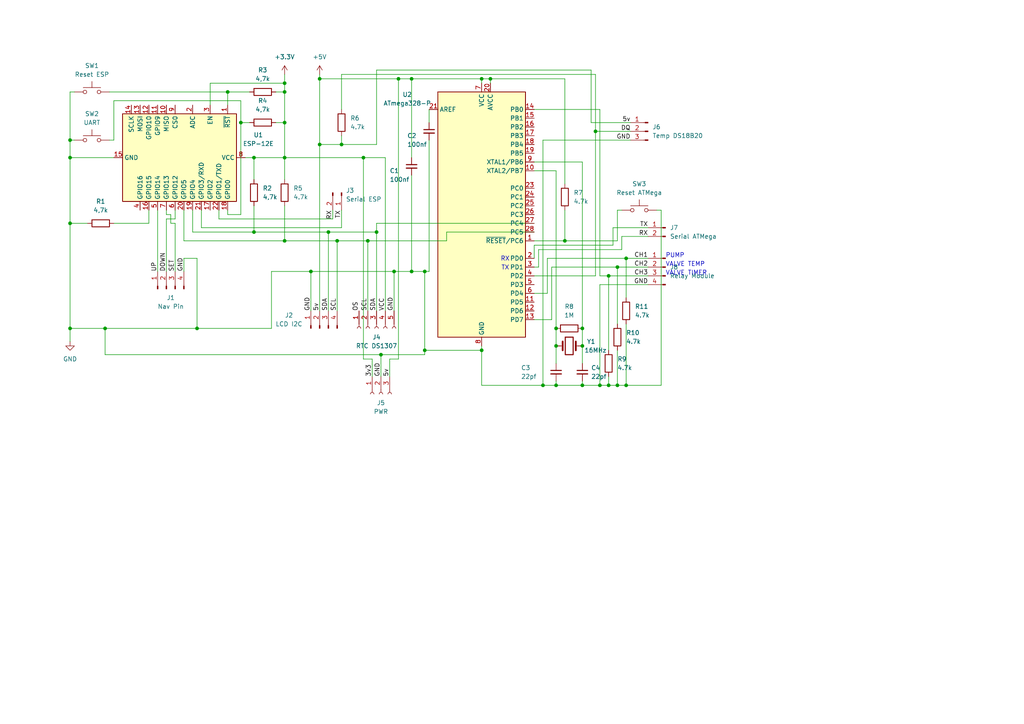
<source format=kicad_sch>
(kicad_sch (version 20211123) (generator eeschema)
  (paper "A4")
  (lib_symbols
    (symbol "Connector:Conn_01x02_Male" (pin_names (offset 1.016) hide)
      (property "Reference" "J" (at 0 2.54 0))
      (property "Value" "Conn_01x02_Male" (at 0 -5.08 0))
      (symbol "Conn_01x02_Male_1_1"
        (polyline (pts (xy 1.27 -2.54) (xy 0.8636 -2.54)) (stroke (width 0.1524)))
        (polyline (pts (xy 1.27 0) (xy 0.8636 0)) (stroke (width 0.1524)))
        (rectangle (start 0.8636 -2.413) (end 0 -2.667) (stroke (width 0.1524)) (fill (type outline)))
        (rectangle (start 0.8636 0.127) (end 0 -0.127) (stroke (width 0.1524)) (fill (type outline)))
        (pin passive line (at 5.08 0 180) (length 3.81) (name "Pin_1") (number "1"))
        (pin passive line (at 5.08 -2.54 180) (length 3.81) (name "Pin_2") (number "2"))
      )
    )
    (symbol "Connector:Conn_01x03_Female" (pin_names (offset 1.016) hide)
      (property "Reference" "J" (at 0 5.08 0))
      (property "Value" "Conn_01x03_Female" (at 0 -5.08 0))
      (symbol "Conn_01x03_Female_1_1"
        (arc (start 0 -2.032) (mid -0.508 -2.54) (end 0 -3.048) (stroke (width 0.1524)))
        (polyline (pts (xy -1.27 -2.54) (xy -0.508 -2.54)) (stroke (width 0.1524)))
        (polyline (pts (xy -1.27 0) (xy -0.508 0)) (stroke (width 0.1524)))
        (polyline (pts (xy -1.27 2.54) (xy -0.508 2.54)) (stroke (width 0.1524)))
        (arc (start 0 0.508) (mid -0.508 0) (end 0 -0.508) (stroke (width 0.1524)))
        (arc (start 0 3.048) (mid -0.508 2.54) (end 0 2.032) (stroke (width 0.1524)))
        (pin passive line (at -5.08 2.54 0) (length 3.81) (name "Pin_1") (number "1"))
        (pin passive line (at -5.08 0 0) (length 3.81) (name "Pin_2") (number "2"))
        (pin passive line (at -5.08 -2.54 0) (length 3.81) (name "Pin_3") (number "3"))
      )
    )
    (symbol "Connector:Conn_01x03_Male" (pin_names (offset 1.016) hide)
      (property "Reference" "J" (at 0 5.08 0))
      (property "Value" "Conn_01x03_Male" (at 0 -5.08 0))
      (symbol "Conn_01x03_Male_1_1"
        (polyline (pts (xy 1.27 -2.54) (xy 0.8636 -2.54)) (stroke (width 0.1524)))
        (polyline (pts (xy 1.27 0) (xy 0.8636 0)) (stroke (width 0.1524)))
        (polyline (pts (xy 1.27 2.54) (xy 0.8636 2.54)) (stroke (width 0.1524)))
        (rectangle (start 0.8636 -2.413) (end 0 -2.667) (stroke (width 0.1524)) (fill (type outline)))
        (rectangle (start 0.8636 0.127) (end 0 -0.127) (stroke (width 0.1524)) (fill (type outline)))
        (rectangle (start 0.8636 2.667) (end 0 2.413) (stroke (width 0.1524)) (fill (type outline)))
        (pin passive line (at 5.08 2.54 180) (length 3.81) (name "Pin_1") (number "1"))
        (pin passive line (at 5.08 0 180) (length 3.81) (name "Pin_2") (number "2"))
        (pin passive line (at 5.08 -2.54 180) (length 3.81) (name "Pin_3") (number "3"))
      )
    )
    (symbol "Connector:Conn_01x04_Male" (pin_names (offset 1.016) hide)
      (property "Reference" "J" (at 0 5.08 0))
      (property "Value" "Conn_01x04_Male" (at 0 -7.62 0))
      (symbol "Conn_01x04_Male_1_1"
        (polyline (pts (xy 1.27 -5.08) (xy 0.8636 -5.08)) (stroke (width 0.1524)))
        (polyline (pts (xy 1.27 -2.54) (xy 0.8636 -2.54)) (stroke (width 0.1524)))
        (polyline (pts (xy 1.27 0) (xy 0.8636 0)) (stroke (width 0.1524)))
        (polyline (pts (xy 1.27 2.54) (xy 0.8636 2.54)) (stroke (width 0.1524)))
        (rectangle (start 0.8636 -4.953) (end 0 -5.207) (stroke (width 0.1524)) (fill (type outline)))
        (rectangle (start 0.8636 -2.413) (end 0 -2.667) (stroke (width 0.1524)) (fill (type outline)))
        (rectangle (start 0.8636 0.127) (end 0 -0.127) (stroke (width 0.1524)) (fill (type outline)))
        (rectangle (start 0.8636 2.667) (end 0 2.413) (stroke (width 0.1524)) (fill (type outline)))
        (pin passive line (at 5.08 2.54 180) (length 3.81) (name "Pin_1") (number "1"))
        (pin passive line (at 5.08 0 180) (length 3.81) (name "Pin_2") (number "2"))
        (pin passive line (at 5.08 -2.54 180) (length 3.81) (name "Pin_3") (number "3"))
        (pin passive line (at 5.08 -5.08 180) (length 3.81) (name "Pin_4") (number "4"))
      )
    )
    (symbol "Connector:Conn_01x05_Female" (pin_names (offset 1.016) hide)
      (property "Reference" "J" (at 0 7.62 0))
      (property "Value" "Conn_01x05_Female" (at 0 -7.62 0))
      (symbol "Conn_01x05_Female_1_1"
        (arc (start 0 -4.572) (mid -0.508 -5.08) (end 0 -5.588) (stroke (width 0.1524)))
        (arc (start 0 -2.032) (mid -0.508 -2.54) (end 0 -3.048) (stroke (width 0.1524)))
        (polyline (pts (xy -1.27 -5.08) (xy -0.508 -5.08)) (stroke (width 0.1524)))
        (polyline (pts (xy -1.27 -2.54) (xy -0.508 -2.54)) (stroke (width 0.1524)))
        (polyline (pts (xy -1.27 0) (xy -0.508 0)) (stroke (width 0.1524)))
        (polyline (pts (xy -1.27 2.54) (xy -0.508 2.54)) (stroke (width 0.1524)))
        (polyline (pts (xy -1.27 5.08) (xy -0.508 5.08)) (stroke (width 0.1524)))
        (arc (start 0 0.508) (mid -0.508 0) (end 0 -0.508) (stroke (width 0.1524)))
        (arc (start 0 3.048) (mid -0.508 2.54) (end 0 2.032) (stroke (width 0.1524)))
        (arc (start 0 5.588) (mid -0.508 5.08) (end 0 4.572) (stroke (width 0.1524)))
        (pin passive line (at -5.08 5.08 0) (length 3.81) (name "Pin_1") (number "1"))
        (pin passive line (at -5.08 2.54 0) (length 3.81) (name "Pin_2") (number "2"))
        (pin passive line (at -5.08 0 0) (length 3.81) (name "Pin_3") (number "3"))
        (pin passive line (at -5.08 -2.54 0) (length 3.81) (name "Pin_4") (number "4"))
        (pin passive line (at -5.08 -5.08 0) (length 3.81) (name "Pin_5") (number "5"))
      )
    )
    (symbol "Device:C_Small" (pin_numbers hide) (pin_names (offset 0.254) hide)
      (property "Reference" "C" (at 0.254 1.778 0))
      (property "Value" "C_Small" (at 0.254 -2.032 0))
      (symbol "C_Small_0_1"
        (polyline (pts (xy -1.524 -0.508) (xy 1.524 -0.508)) (stroke (width 0.3302)))
        (polyline (pts (xy -1.524 0.508) (xy 1.524 0.508)) (stroke (width 0.3048)))
      )
      (symbol "C_Small_1_1"
        (pin passive line (at 0 2.54 270) (length 2.032) (name "~") (number "1"))
        (pin passive line (at 0 -2.54 90) (length 2.032) (name "~") (number "2"))
      )
    )
    (symbol "Device:Crystal" (pin_numbers hide) (pin_names (offset 1.016) hide)
      (property "Reference" "Y" (at 0 3.81 0))
      (property "Value" "Crystal" (at 0 -3.81 0))
      (symbol "Crystal_0_1"
        (rectangle (start -1.143 2.54) (end 1.143 -2.54) (stroke (width 0.3048)))
        (polyline (pts (xy -2.54 0) (xy -1.905 0)))
        (polyline (pts (xy -1.905 -1.27) (xy -1.905 1.27)) (stroke (width 0.508)))
        (polyline (pts (xy 1.905 -1.27) (xy 1.905 1.27)) (stroke (width 0.508)))
        (polyline (pts (xy 2.54 0) (xy 1.905 0)))
      )
      (symbol "Crystal_1_1"
        (pin passive line (at -3.81 0 0) (length 1.27) (name "1") (number "1"))
        (pin passive line (at 3.81 0 180) (length 1.27) (name "2") (number "2"))
      )
    )
    (symbol "Device:R" (pin_numbers hide) (pin_names (offset 0))
      (property "Reference" "R" (at 2.032 0 90))
      (property "Value" "R" (at 0 0 90))
      (symbol "R_0_1"
        (rectangle (start -1.016 -2.54) (end 1.016 2.54) (stroke (width 0.254)))
      )
      (symbol "R_1_1"
        (pin passive line (at 0 3.81 270) (length 1.27) (name "~") (number "1"))
        (pin passive line (at 0 -3.81 90) (length 1.27) (name "~") (number "2"))
      )
    )
    (symbol "MCU_Microchip_ATmega:ATmega328-P"
      (property "Reference" "U" (at -12.7 36.83 0))
      (property "Value" "ATmega328-P" (at 2.54 -36.83 0))
      (symbol "ATmega328-P_0_1"
        (rectangle (start -12.7 -35.56) (end 12.7 35.56) (stroke (width 0.254)) (fill (type background)))
      )
      (symbol "ATmega328-P_1_1"
        (pin bidirectional line (at 15.24 -7.62 180) (length 2.54) (name "~{RESET}/PC6") (number "1"))
        (pin bidirectional line (at 15.24 12.7 180) (length 2.54) (name "XTAL2/PB7") (number "10"))
        (pin bidirectional line (at 15.24 -25.4 180) (length 2.54) (name "PD5") (number "11"))
        (pin bidirectional line (at 15.24 -27.94 180) (length 2.54) (name "PD6") (number "12"))
        (pin bidirectional line (at 15.24 -30.48 180) (length 2.54) (name "PD7") (number "13"))
        (pin bidirectional line (at 15.24 30.48 180) (length 2.54) (name "PB0") (number "14"))
        (pin bidirectional line (at 15.24 27.94 180) (length 2.54) (name "PB1") (number "15"))
        (pin bidirectional line (at 15.24 25.4 180) (length 2.54) (name "PB2") (number "16"))
        (pin bidirectional line (at 15.24 22.86 180) (length 2.54) (name "PB3") (number "17"))
        (pin bidirectional line (at 15.24 20.32 180) (length 2.54) (name "PB4") (number "18"))
        (pin bidirectional line (at 15.24 17.78 180) (length 2.54) (name "PB5") (number "19"))
        (pin bidirectional line (at 15.24 -12.7 180) (length 2.54) (name "PD0") (number "2"))
        (pin power_in line (at 2.54 38.1 270) (length 2.54) (name "AVCC") (number "20"))
        (pin passive line (at -15.24 30.48 0) (length 2.54) (name "AREF") (number "21"))
        (pin passive line (at 0 -38.1 90) (length 2.54) hide (name "GND") (number "22"))
        (pin bidirectional line (at 15.24 7.62 180) (length 2.54) (name "PC0") (number "23"))
        (pin bidirectional line (at 15.24 5.08 180) (length 2.54) (name "PC1") (number "24"))
        (pin bidirectional line (at 15.24 2.54 180) (length 2.54) (name "PC2") (number "25"))
        (pin bidirectional line (at 15.24 0 180) (length 2.54) (name "PC3") (number "26"))
        (pin bidirectional line (at 15.24 -2.54 180) (length 2.54) (name "PC4") (number "27"))
        (pin bidirectional line (at 15.24 -5.08 180) (length 2.54) (name "PC5") (number "28"))
        (pin bidirectional line (at 15.24 -15.24 180) (length 2.54) (name "PD1") (number "3"))
        (pin bidirectional line (at 15.24 -17.78 180) (length 2.54) (name "PD2") (number "4"))
        (pin bidirectional line (at 15.24 -20.32 180) (length 2.54) (name "PD3") (number "5"))
        (pin bidirectional line (at 15.24 -22.86 180) (length 2.54) (name "PD4") (number "6"))
        (pin power_in line (at 0 38.1 270) (length 2.54) (name "VCC") (number "7"))
        (pin power_in line (at 0 -38.1 90) (length 2.54) (name "GND") (number "8"))
        (pin bidirectional line (at 15.24 15.24 180) (length 2.54) (name "XTAL1/PB6") (number "9"))
      )
    )
    (symbol "RF_Module:ESP-12E"
      (property "Reference" "U" (at -12.7 19.05 0))
      (property "Value" "ESP-12E" (at 12.7 19.05 0))
      (symbol "ESP-12E_0_1"
        (rectangle (start -12.7 17.78) (end 12.7 -15.24) (stroke (width 0.254)) (fill (type background)))
      )
      (symbol "ESP-12E_1_1"
        (pin input line (at -15.24 15.24 0) (length 2.54) (name "~{RST}") (number "1"))
        (pin bidirectional line (at -15.24 -2.54 0) (length 2.54) (name "MISO") (number "10"))
        (pin bidirectional line (at -15.24 -5.08 0) (length 2.54) (name "GPIO9") (number "11"))
        (pin bidirectional line (at -15.24 -7.62 0) (length 2.54) (name "GPIO10") (number "12"))
        (pin bidirectional line (at -15.24 -10.16 0) (length 2.54) (name "MOSI") (number "13"))
        (pin bidirectional line (at -15.24 -12.7 0) (length 2.54) (name "SCLK") (number "14"))
        (pin power_in line (at 0 -17.78 90) (length 2.54) (name "GND") (number "15"))
        (pin bidirectional line (at 15.24 -7.62 180) (length 2.54) (name "GPIO15") (number "16"))
        (pin bidirectional line (at 15.24 10.16 180) (length 2.54) (name "GPIO2") (number "17"))
        (pin bidirectional line (at 15.24 15.24 180) (length 2.54) (name "GPIO0") (number "18"))
        (pin bidirectional line (at 15.24 5.08 180) (length 2.54) (name "GPIO4") (number "19"))
        (pin input line (at -15.24 5.08 0) (length 2.54) (name "ADC") (number "2"))
        (pin bidirectional line (at 15.24 2.54 180) (length 2.54) (name "GPIO5") (number "20"))
        (pin bidirectional line (at 15.24 7.62 180) (length 2.54) (name "GPIO3/RXD") (number "21"))
        (pin bidirectional line (at 15.24 12.7 180) (length 2.54) (name "GPIO1/TXD") (number "22"))
        (pin input line (at -15.24 10.16 0) (length 2.54) (name "EN") (number "3"))
        (pin bidirectional line (at 15.24 -10.16 180) (length 2.54) (name "GPIO16") (number "4"))
        (pin bidirectional line (at 15.24 -5.08 180) (length 2.54) (name "GPIO14") (number "5"))
        (pin bidirectional line (at 15.24 0 180) (length 2.54) (name "GPIO12") (number "6"))
        (pin bidirectional line (at 15.24 -2.54 180) (length 2.54) (name "GPIO13") (number "7"))
        (pin power_in line (at 0 20.32 270) (length 2.54) (name "VCC") (number "8"))
        (pin input line (at -15.24 0 0) (length 2.54) (name "CS0") (number "9"))
      )
    )
    (symbol "Switch:SW_Push" (pin_numbers hide) (pin_names (offset 1.016) hide)
      (property "Reference" "SW" (at 1.27 2.54 0))
      (property "Value" "SW_Push" (at 0 -1.524 0))
      (symbol "SW_Push_0_1"
        (circle (center -2.032 0) (radius 0.508))
        (polyline (pts (xy 0 1.27) (xy 0 3.048)))
        (polyline (pts (xy 2.54 1.27) (xy -2.54 1.27)))
        (circle (center 2.032 0) (radius 0.508))
        (pin passive line (at -5.08 0 0) (length 2.54) (name "1") (number "1"))
        (pin passive line (at 5.08 0 180) (length 2.54) (name "2") (number "2"))
      )
    )
    (symbol "power:+3.3V" (power) (pin_names (offset 0))
      (property "Value" "+3.3V" (at 0 3.556 0))
      (symbol "+3.3V_0_1"
        (polyline (pts (xy -0.762 1.27) (xy 0 2.54)))
        (polyline (pts (xy 0 0) (xy 0 2.54)))
        (polyline (pts (xy 0 2.54) (xy 0.762 1.27)))
      )
      (symbol "+3.3V_1_1"
        (pin power_in line (at 0 0 90) (length 0) hide (name "+3.3V") (number "1"))
      )
    )
    (symbol "power:+5V" (power) (pin_names (offset 0))
      (property "Value" "+5V" (at 0 3.556 0))
      (symbol "+5V_0_1"
        (polyline (pts (xy -0.762 1.27) (xy 0 2.54)))
        (polyline (pts (xy 0 0) (xy 0 2.54)))
        (polyline (pts (xy 0 2.54) (xy 0.762 1.27)))
      )
      (symbol "+5V_1_1"
        (pin power_in line (at 0 0 90) (length 0) hide (name "+5V") (number "1"))
      )
    )
    (symbol "power:GND" (power) (pin_names (offset 0))
      (property "Value" "GND" (at 0 -3.81 0))
      (symbol "GND_0_1"
        (polyline (pts (xy 0 0) (xy 0 -1.27) (xy 1.27 -1.27) (xy 0 -2.54) (xy -1.27 -1.27) (xy 0 -1.27)))
      )
      (symbol "GND_1_1"
        (pin power_in line (at 0 0 270) (length 0) hide (name "GND") (number "1"))
      )
    )
  )
  (junction (at 92.71 22.86))
  (junction (at 139.7 101.6))
  (junction (at 20.32 45.72))
  (junction (at 172.72 38.1))
  (junction (at 109.22 67.31))
  (junction (at 168.91 111.76))
  (junction (at 119.38 22.86))
  (junction (at 99.06 41.91))
  (junction (at 163.83 69.85))
  (junction (at 30.48 95.25))
  (junction (at 161.29 111.76))
  (junction (at 168.91 95.25))
  (junction (at 139.7 22.86))
  (junction (at 179.07 77.47))
  (junction (at 20.32 64.77))
  (junction (at 105.41 45.72))
  (junction (at 176.53 111.76))
  (junction (at 115.57 22.86))
  (junction (at 157.48 111.76))
  (junction (at 73.66 45.72))
  (junction (at 95.25 67.31))
  (junction (at 73.66 67.31))
  (junction (at 82.55 26.67))
  (junction (at 142.24 22.86))
  (junction (at 57.15 95.25))
  (junction (at 20.32 95.25))
  (junction (at 69.85 35.56))
  (junction (at 181.61 74.93))
  (junction (at 82.55 45.72))
  (junction (at 176.53 80.01))
  (junction (at 106.68 69.85))
  (junction (at 161.29 100.33))
  (junction (at 66.04 26.67))
  (junction (at 123.19 78.74))
  (junction (at 20.32 40.64))
  (junction (at 179.07 111.76))
  (junction (at 92.71 41.91))
  (junction (at 97.79 69.85))
  (junction (at 119.38 78.74))
  (junction (at 82.55 35.56))
  (junction (at 173.99 111.76))
  (junction (at 123.19 101.6))
  (junction (at 161.29 95.25))
  (junction (at 90.17 78.74))
  (junction (at 168.91 100.33))
  (junction (at 82.55 69.85))
  (junction (at 181.61 111.76))
  (junction (at 114.3 78.74))
  (junction (at 110.49 102.87))
  (junction (at 82.55 24.13))
  (wire (pts (xy 142.24 24.13) (xy 142.24 22.86)))
  (wire (pts (xy 73.66 45.72) (xy 73.66 52.07)))
  (wire (pts (xy 99.06 31.75) (xy 99.06 21.59)))
  (wire (pts (xy 109.22 41.91) (xy 109.22 20.32)))
  (wire (pts (xy 181.61 74.93) (xy 158.75 74.93)))
  (wire (pts (xy 177.8 66.04) (xy 187.96 66.04)))
  (wire (pts (xy 30.48 95.25) (xy 30.48 102.87)))
  (wire (pts (xy 60.96 24.13) (xy 82.55 24.13)))
  (wire (pts (xy 45.72 60.96) (xy 45.72 78.74)))
  (wire (pts (xy 82.55 26.67) (xy 82.55 35.56)))
  (wire (pts (xy 114.3 78.74) (xy 119.38 78.74)))
  (wire (pts (xy 191.77 111.76) (xy 181.61 111.76)))
  (wire (pts (xy 161.29 111.76) (xy 157.48 111.76)))
  (wire (pts (xy 154.94 46.99) (xy 168.91 46.99)))
  (wire (pts (xy 82.55 24.13) (xy 82.55 26.67)))
  (wire (pts (xy 160.02 77.47) (xy 160.02 92.71)))
  (wire (pts (xy 180.34 68.58) (xy 187.96 68.58)))
  (wire (pts (xy 20.32 95.25) (xy 20.32 64.77)))
  (wire (pts (xy 73.66 67.31) (xy 95.25 67.31)))
  (wire (pts (xy 57.15 74.93) (xy 57.15 95.25)))
  (wire (pts (xy 182.88 40.64) (xy 157.48 40.64)))
  (wire (pts (xy 82.55 35.56) (xy 82.55 45.72)))
  (wire (pts (xy 58.42 60.96) (xy 58.42 66.04)))
  (wire (pts (xy 139.7 111.76) (xy 139.7 101.6)))
  (wire (pts (xy 33.02 29.21) (xy 33.02 40.64)))
  (wire (pts (xy 82.55 59.69) (xy 82.55 69.85)))
  (wire (pts (xy 187.96 74.93) (xy 181.61 74.93)))
  (wire (pts (xy 168.91 110.49) (xy 168.91 111.76)))
  (wire (pts (xy 154.94 77.47) (xy 156.21 77.47)))
  (wire (pts (xy 82.55 69.85) (xy 97.79 69.85)))
  (wire (pts (xy 49.53 62.23) (xy 49.53 64.77)))
  (wire (pts (xy 182.88 35.56) (xy 171.45 35.56)))
  (wire (pts (xy 92.71 21.59) (xy 92.71 22.86)))
  (wire (pts (xy 171.45 35.56) (xy 171.45 20.32)))
  (wire (pts (xy 66.04 26.67) (xy 72.39 26.67)))
  (wire (pts (xy 21.59 26.67) (xy 20.32 26.67)))
  (wire (pts (xy 154.94 74.93) (xy 154.94 71.12)))
  (wire (pts (xy 20.32 26.67) (xy 20.32 40.64)))
  (wire (pts (xy 176.53 80.01) (xy 176.53 101.6)))
  (wire (pts (xy 168.91 46.99) (xy 168.91 95.25)))
  (wire (pts (xy 48.26 63.5) (xy 48.26 78.74)))
  (wire (pts (xy 55.88 67.31) (xy 73.66 67.31)))
  (wire (pts (xy 123.19 78.74) (xy 123.19 101.6)))
  (wire (pts (xy 66.04 62.23) (xy 66.04 60.96)))
  (wire (pts (xy 172.72 21.59) (xy 172.72 38.1)))
  (wire (pts (xy 119.38 78.74) (xy 123.19 78.74)))
  (wire (pts (xy 142.24 22.86) (xy 139.7 22.86)))
  (wire (pts (xy 96.52 60.96) (xy 96.52 63.5)))
  (wire (pts (xy 163.83 60.96) (xy 163.83 69.85)))
  (wire (pts (xy 156.21 77.47) (xy 156.21 72.39)))
  (wire (pts (xy 172.72 38.1) (xy 182.88 38.1)))
  (wire (pts (xy 129.54 69.85) (xy 106.68 69.85)))
  (wire (pts (xy 25.4 64.77) (xy 20.32 64.77)))
  (wire (pts (xy 179.07 69.85) (xy 179.07 60.96)))
  (wire (pts (xy 53.34 69.85) (xy 82.55 69.85)))
  (wire (pts (xy 107.95 104.14) (xy 107.95 109.22)))
  (wire (pts (xy 173.99 82.55) (xy 173.99 111.76)))
  (wire (pts (xy 123.19 101.6) (xy 139.7 101.6)))
  (wire (pts (xy 163.83 22.86) (xy 142.24 22.86)))
  (wire (pts (xy 124.46 78.74) (xy 123.19 78.74)))
  (wire (pts (xy 92.71 22.86) (xy 115.57 22.86)))
  (wire (pts (xy 82.55 21.59) (xy 82.55 24.13)))
  (wire (pts (xy 187.96 77.47) (xy 179.07 77.47)))
  (wire (pts (xy 179.07 111.76) (xy 176.53 111.76)))
  (wire (pts (xy 191.77 60.96) (xy 191.77 111.76)))
  (wire (pts (xy 99.06 41.91) (xy 109.22 41.91)))
  (wire (pts (xy 43.18 60.96) (xy 43.18 64.77)))
  (wire (pts (xy 69.85 29.21) (xy 33.02 29.21)))
  (wire (pts (xy 163.83 53.34) (xy 163.83 22.86)))
  (wire (pts (xy 73.66 59.69) (xy 73.66 67.31)))
  (wire (pts (xy 154.94 71.12) (xy 177.8 71.12)))
  (wire (pts (xy 157.48 40.64) (xy 157.48 111.76)))
  (wire (pts (xy 78.74 95.25) (xy 78.74 78.74)))
  (wire (pts (xy 158.75 74.93) (xy 158.75 85.09)))
  (wire (pts (xy 179.07 77.47) (xy 179.07 93.98)))
  (wire (pts (xy 63.5 63.5) (xy 96.52 63.5)))
  (wire (pts (xy 154.94 49.53) (xy 161.29 49.53)))
  (wire (pts (xy 99.06 60.96) (xy 99.06 66.04)))
  (wire (pts (xy 171.45 20.32) (xy 109.22 20.32)))
  (wire (pts (xy 30.48 102.87) (xy 110.49 102.87)))
  (wire (pts (xy 157.48 111.76) (xy 139.7 111.76)))
  (wire (pts (xy 55.88 60.96) (xy 55.88 67.31)))
  (wire (pts (xy 66.04 26.67) (xy 66.04 30.48)))
  (wire (pts (xy 20.32 40.64) (xy 21.59 40.64)))
  (wire (pts (xy 124.46 40.64) (xy 124.46 78.74)))
  (wire (pts (xy 115.57 22.86) (xy 119.38 22.86)))
  (wire (pts (xy 168.91 111.76) (xy 161.29 111.76)))
  (wire (pts (xy 161.29 110.49) (xy 161.29 111.76)))
  (wire (pts (xy 97.79 69.85) (xy 106.68 69.85)))
  (wire (pts (xy 181.61 74.93) (xy 181.61 86.36)))
  (wire (pts (xy 180.34 72.39) (xy 180.34 68.58)))
  (wire (pts (xy 160.02 92.71) (xy 154.94 92.71)))
  (wire (pts (xy 50.8 60.96) (xy 50.8 63.5)))
  (wire (pts (xy 63.5 60.96) (xy 63.5 63.5)))
  (wire (pts (xy 156.21 72.39) (xy 180.34 72.39)))
  (wire (pts (xy 139.7 22.86) (xy 119.38 22.86)))
  (wire (pts (xy 177.8 71.12) (xy 177.8 66.04)))
  (wire (pts (xy 69.85 62.23) (xy 66.04 62.23)))
  (wire (pts (xy 73.66 45.72) (xy 82.55 45.72)))
  (wire (pts (xy 176.53 109.22) (xy 176.53 111.76)))
  (wire (pts (xy 105.41 45.72) (xy 105.41 104.14)))
  (wire (pts (xy 82.55 45.72) (xy 105.41 45.72)))
  (wire (pts (xy 106.68 69.85) (xy 106.68 90.17)))
  (wire (pts (xy 158.75 85.09) (xy 154.94 85.09)))
  (wire (pts (xy 53.34 74.93) (xy 57.15 74.93)))
  (wire (pts (xy 154.94 67.31) (xy 129.54 67.31)))
  (wire (pts (xy 105.41 104.14) (xy 107.95 104.14)))
  (wire (pts (xy 181.61 111.76) (xy 179.07 111.76)))
  (wire (pts (xy 92.71 22.86) (xy 92.71 41.91)))
  (wire (pts (xy 172.72 80.01) (xy 172.72 38.1)))
  (wire (pts (xy 111.76 45.72) (xy 111.76 90.17)))
  (wire (pts (xy 168.91 95.25) (xy 168.91 100.33)))
  (wire (pts (xy 139.7 101.6) (xy 139.7 100.33)))
  (wire (pts (xy 161.29 95.25) (xy 161.29 100.33)))
  (wire (pts (xy 99.06 41.91) (xy 92.71 41.91)))
  (wire (pts (xy 20.32 64.77) (xy 20.32 45.72)))
  (wire (pts (xy 99.06 39.37) (xy 99.06 41.91)))
  (wire (pts (xy 31.75 26.67) (xy 66.04 26.67)))
  (wire (pts (xy 69.85 62.23) (xy 69.85 35.56)))
  (wire (pts (xy 161.29 49.53) (xy 161.29 95.25)))
  (wire (pts (xy 154.94 31.75) (xy 173.99 31.75)))
  (wire (pts (xy 31.75 40.64) (xy 33.02 40.64)))
  (wire (pts (xy 95.25 67.31) (xy 109.22 67.31)))
  (wire (pts (xy 176.53 111.76) (xy 173.99 111.76)))
  (wire (pts (xy 123.19 102.87) (xy 123.19 101.6)))
  (wire (pts (xy 105.41 45.72) (xy 111.76 45.72)))
  (wire (pts (xy 119.38 22.86) (xy 119.38 45.72)))
  (wire (pts (xy 90.17 78.74) (xy 114.3 78.74)))
  (wire (pts (xy 60.96 30.48) (xy 60.96 24.13)))
  (wire (pts (xy 50.8 63.5) (xy 48.26 63.5)))
  (wire (pts (xy 49.53 64.77) (xy 50.8 64.77)))
  (wire (pts (xy 119.38 50.8) (xy 119.38 78.74)))
  (wire (pts (xy 115.57 22.86) (xy 115.57 104.14)))
  (wire (pts (xy 50.8 64.77) (xy 50.8 78.74)))
  (wire (pts (xy 179.07 101.6) (xy 179.07 111.76)))
  (wire (pts (xy 109.22 67.31) (xy 109.22 90.17)))
  (wire (pts (xy 53.34 78.74) (xy 53.34 74.93)))
  (wire (pts (xy 53.34 60.96) (xy 53.34 69.85)))
  (wire (pts (xy 80.01 26.67) (xy 82.55 26.67)))
  (wire (pts (xy 115.57 104.14) (xy 113.03 104.14)))
  (wire (pts (xy 114.3 78.74) (xy 114.3 90.17)))
  (wire (pts (xy 161.29 100.33) (xy 161.29 105.41)))
  (wire (pts (xy 179.07 60.96) (xy 180.34 60.96)))
  (wire (pts (xy 20.32 40.64) (xy 20.32 45.72)))
  (wire (pts (xy 69.85 35.56) (xy 72.39 35.56)))
  (wire (pts (xy 187.96 82.55) (xy 173.99 82.55)))
  (wire (pts (xy 110.49 102.87) (xy 110.49 109.22)))
  (wire (pts (xy 95.25 67.31) (xy 95.25 90.17)))
  (wire (pts (xy 168.91 100.33) (xy 168.91 105.41)))
  (wire (pts (xy 190.5 60.96) (xy 191.77 60.96)))
  (wire (pts (xy 124.46 31.75) (xy 124.46 35.56)))
  (wire (pts (xy 139.7 24.13) (xy 139.7 22.86)))
  (wire (pts (xy 97.79 69.85) (xy 97.79 90.17)))
  (wire (pts (xy 181.61 93.98) (xy 181.61 111.76)))
  (wire (pts (xy 90.17 78.74) (xy 90.17 90.17)))
  (wire (pts (xy 48.26 60.96) (xy 48.26 62.23)))
  (wire (pts (xy 113.03 104.14) (xy 113.03 109.22)))
  (wire (pts (xy 173.99 80.01) (xy 176.53 80.01)))
  (wire (pts (xy 123.19 102.87) (xy 110.49 102.87)))
  (wire (pts (xy 78.74 78.74) (xy 90.17 78.74)))
  (wire (pts (xy 173.99 111.76) (xy 168.91 111.76)))
  (wire (pts (xy 82.55 45.72) (xy 82.55 52.07)))
  (wire (pts (xy 173.99 31.75) (xy 173.99 80.01)))
  (wire (pts (xy 48.26 62.23) (xy 49.53 62.23)))
  (wire (pts (xy 109.22 64.77) (xy 109.22 67.31)))
  (wire (pts (xy 43.18 64.77) (xy 33.02 64.77)))
  (wire (pts (xy 154.94 80.01) (xy 172.72 80.01)))
  (wire (pts (xy 179.07 77.47) (xy 160.02 77.47)))
  (wire (pts (xy 71.12 45.72) (xy 73.66 45.72)))
  (wire (pts (xy 99.06 21.59) (xy 172.72 21.59)))
  (wire (pts (xy 57.15 95.25) (xy 78.74 95.25)))
  (wire (pts (xy 163.83 69.85) (xy 179.07 69.85)))
  (wire (pts (xy 154.94 69.85) (xy 163.83 69.85)))
  (wire (pts (xy 92.71 41.91) (xy 92.71 90.17)))
  (wire (pts (xy 30.48 95.25) (xy 57.15 95.25)))
  (wire (pts (xy 20.32 95.25) (xy 30.48 95.25)))
  (wire (pts (xy 176.53 80.01) (xy 187.96 80.01)))
  (wire (pts (xy 99.06 66.04) (xy 58.42 66.04)))
  (wire (pts (xy 129.54 67.31) (xy 129.54 69.85)))
  (wire (pts (xy 69.85 35.56) (xy 69.85 29.21)))
  (wire (pts (xy 154.94 64.77) (xy 109.22 64.77)))
  (wire (pts (xy 80.01 35.56) (xy 82.55 35.56)))
  (wire (pts (xy 20.32 45.72) (xy 33.02 45.72)))
  (wire (pts (xy 20.32 95.25) (xy 20.32 99.06)))
  (text "VALVE TIMER" (at 193.04 80.01 0) (effects (font (size 1.27 1.27)) (justify left bottom)))
  (text "VALVE TEMP" (at 193.04 77.47 0) (effects (font (size 1.27 1.27)) (justify left bottom)))
  (text "PUMP" (at 193.04 74.93 0) (effects (font (size 1.27 1.27)) (justify left bottom)))
  (text "RX" (at 145.1748 75.9138 0) (effects (font (size 1.27 1.27)) (justify left bottom)))
  (text "TX" (at 145.3654 78.4881 0) (effects (font (size 1.27 1.27)) (justify left bottom)))
  (label "RX" (at 96.52 60.96 270))
  (label "OS" (at 104.14 90.17 90))
  (label "CH1" (at 187.96 74.93 180))
  (label "SCL" (at 97.79 90.17 90))
  (label "RX" (at 187.96 68.58 180))
  (label "VCC" (at 111.76 90.17 90))
  (label "SET" (at 50.8 78.74 90))
  (label "SDA" (at 95.25 90.17 90))
  (label "5v" (at 113.03 109.22 90))
  (label "DOWN" (at 48.26 78.74 90))
  (label "SCL" (at 106.68 90.17 90))
  (label "5v" (at 92.71 90.17 90))
  (label "3v3" (at 107.95 109.22 90))
  (label "GND" (at 90.17 90.17 90))
  (label "TX" (at 187.96 66.04 180))
  (label "5v" (at 182.88 35.56 180))
  (label "GND" (at 114.3 90.17 90))
  (label "CH2" (at 187.96 77.47 180))
  (label "CH3" (at 187.96 80.01 180))
  (label "DQ" (at 182.88 38.1 180))
  (label "GND" (at 110.49 109.22 90))
  (label "UP" (at 45.72 78.74 90))
  (label "TX" (at 99.06 60.96 270))
  (label "GND" (at 187.96 82.55 180))
  (label "GND" (at 182.88 40.64 180))
  (label "SDA" (at 109.22 90.17 90))
  (label "GND" (at 53.34 78.74 90))
  (symbol (lib_id "power:GND") (at 20.32 99.06 0) (unit 1)
    (property "Reference" "#PWR01" (effects hide))
    (property "Value" "GND" (at 20.32 104.14 0))
  )
  (symbol (lib_id "power:+3.3V") (at 82.55 21.59 0) (unit 1)
    (property "Reference" "#PWR02" (effects hide))
    (property "Value" "+3.3V" (at 82.55 16.51 0))
  )
  (symbol (lib_id "Device:R") (at 99.06 35.56 0) (unit 1)
    (property "Reference" "R6" (at 101.6 34.2899 0) (effects (justify left)))
    (property "Value" "4.7k" (at 101.6 36.8299 0) (effects (justify left)))
    (property "Footprint" "Resistor_THT:R_Axial_DIN0207_L6.3mm_D2.5mm_P7.62mm_Horizontal" (effects hide))
  )
  (symbol (lib_id "RF_Module:ESP-12E") (at 50.8 45.72 270) (unit 1)
    (property "Reference" "U1" (at 74.93 39.1412 90))
    (property "Value" "ESP-12E" (at 74.93 41.6812 90))
    (property "Footprint" "RF_Module:ESP-12E" (effects hide))
    (property "Datasheet" "http://wiki.ai-thinker.com/_media/esp8266/esp8266_series_modules_user_manual_v1.1.pdf" (effects hide))
  )
  (symbol (lib_id "Connector:Conn_01x02_Male") (at 193.04 66.04 0) (mirror y) (unit 1)
    (property "Reference" "J7" (at 194.31 66.0399 0) (effects (justify right)))
    (property "Value" "Serial ATMega" (at 194.31 68.5799 0) (effects (justify right)))
    (property "Footprint" "Connector_PinHeader_2.54mm:PinHeader_1x02_P2.54mm_Vertical" (effects hide))
  )
  (symbol (lib_id "Connector:Conn_01x03_Female") (at 110.49 114.3 90) (mirror x) (unit 1)
    (property "Reference" "J5" (at 110.49 116.84 90))
    (property "Value" "PWR" (at 110.49 119.38 90))
    (property "Footprint" "TerminalBlock_4Ucon:TerminalBlock_4Ucon_1x03_P3.50mm_Horizontal" (effects hide))
  )
  (symbol (lib_id "power:+5V") (at 92.71 21.59 0) (unit 1)
    (property "Reference" "#PWR03" (effects hide))
    (property "Value" "+5V" (at 92.71 16.51 0))
  )
  (symbol (lib_id "Device:Crystal") (at 165.1 100.33 0) (unit 1)
    (property "Reference" "Y1" (at 171.45 99.06 0))
    (property "Value" "16MHz" (at 172.72 101.6 0))
    (property "Footprint" "Crystal:Crystal_HC49-U_Vertical" (effects hide))
  )
  (symbol (lib_id "Switch:SW_Push") (at 26.67 26.67 0) (unit 1)
    (property "Reference" "SW1" (at 26.67 19.05 0))
    (property "Value" "Reset ESP" (at 26.67 21.59 0))
    (property "Footprint" "Button_Switch_THT:SW_PUSH_6mm" (effects hide))
  )
  (symbol (lib_id "Device:C_Small") (at 161.29 107.95 0) (unit 1)
    (property "Reference" "C3" (at 151.13 106.68 0) (effects (justify left)))
    (property "Value" "22pf" (at 151.13 109.22 0) (effects (justify left)))
    (property "Footprint" "Capacitor_THT:C_Disc_D4.3mm_W1.9mm_P5.00mm" (effects hide))
  )
  (symbol (lib_id "Device:C_Small") (at 119.38 48.26 0) (unit 1)
    (property "Reference" "C1" (at 113.03 49.53 0) (effects (justify left)))
    (property "Value" "100nf" (at 113.03 52.07 0) (effects (justify left)))
    (property "Footprint" "Capacitor_THT:C_Disc_D4.3mm_W1.9mm_P5.00mm" (effects hide))
  )
  (symbol (lib_id "Device:R") (at 82.55 55.88 0) (unit 1)
    (property "Reference" "R5" (at 85.09 54.6099 0) (effects (justify left)))
    (property "Value" "4.7k" (at 85.09 57.1499 0) (effects (justify left)))
    (property "Footprint" "Resistor_THT:R_Axial_DIN0207_L6.3mm_D2.5mm_P7.62mm_Horizontal" (effects hide))
  )
  (symbol (lib_id "MCU_Microchip_ATmega:ATmega328-P") (at 139.7 62.23 0) (unit 1)
    (property "Reference" "U2" (at 118.11 27.4193 0))
    (property "Value" "ATmega328-P" (at 118.11 29.9593 0))
    (property "Footprint" "Package_DIP:DIP-28_W7.62mm" (effects hide))
    (property "Datasheet" "http://ww1.microchip.com/downloads/en/DeviceDoc/ATmega328_P%20AVR%20MCU%20with%20picoPower%20Technology%20Data%20Sheet%2040001984A.pdf" (effects hide))
  )
  (symbol (lib_id "Connector:Conn_01x05_Female") (at 109.22 95.25 90) (mirror x) (unit 1)
    (property "Reference" "J4" (at 109.22 97.79 90))
    (property "Value" "RTC DS1307" (at 109.22 100.33 90))
    (property "Footprint" "Connector_PinSocket_2.54mm:PinSocket_1x05_P2.54mm_Vertical" (effects hide))
  )
  (symbol (lib_id "Device:R") (at 76.2 26.67 270) (unit 1)
    (property "Reference" "R3" (at 76.2 20.32 90))
    (property "Value" "4,7k" (at 76.2 22.86 90))
    (property "Footprint" "Resistor_THT:R_Axial_DIN0207_L6.3mm_D2.5mm_P7.62mm_Horizontal" (effects hide))
  )
  (symbol (lib_id "Connector:Conn_01x04_Male") (at 48.26 83.82 90) (unit 1)
    (property "Reference" "J1" (at 49.53 86.36 90))
    (property "Value" "Nav Pin" (at 49.53 88.9 90))
    (property "Footprint" "Connector_PinHeader_2.54mm:PinHeader_1x04_P2.54mm_Vertical" (effects hide))
  )
  (symbol (lib_id "Connector:Conn_01x02_Male") (at 99.06 55.88 270) (unit 1)
    (property "Reference" "J3" (at 100.33 55.2449 90) (effects (justify left)))
    (property "Value" "Serial ESP" (at 100.33 57.7849 90) (effects (justify left)))
    (property "Footprint" "Connector_PinHeader_2.54mm:PinHeader_1x02_P2.54mm_Vertical" (effects hide))
  )
  (symbol (lib_id "Connector:Conn_01x03_Male") (at 187.96 38.1 0) (mirror y) (unit 1)
    (property "Reference" "J6" (at 189.23 36.8299 0) (effects (justify right)))
    (property "Value" "Temp DS18B20" (at 189.23 39.3699 0) (effects (justify right)))
    (property "Footprint" "Connector_PinHeader_2.54mm:PinHeader_1x03_P2.54mm_Vertical" (effects hide))
  )
  (symbol (lib_id "Device:R") (at 163.83 57.15 0) (unit 1)
    (property "Reference" "R7" (at 166.37 55.8799 0) (effects (justify left)))
    (property "Value" "4.7k" (at 166.37 58.4199 0) (effects (justify left)))
    (property "Footprint" "Resistor_THT:R_Axial_DIN0207_L6.3mm_D2.5mm_P7.62mm_Horizontal" (effects hide))
  )
  (symbol (lib_id "Device:C_Small") (at 124.46 38.1 0) (unit 1)
    (property "Reference" "C2" (at 118.11 39.37 0) (effects (justify left)))
    (property "Value" "100nf" (at 118.11 41.91 0) (effects (justify left)))
    (property "Footprint" "Capacitor_THT:C_Disc_D4.3mm_W1.9mm_P5.00mm" (effects hide))
  )
  (symbol (lib_id "Device:R") (at 29.21 64.77 270) (unit 1)
    (property "Reference" "R1" (at 29.21 58.42 90))
    (property "Value" "4,7k" (at 29.21 60.96 90))
    (property "Footprint" "Resistor_THT:R_Axial_DIN0207_L6.3mm_D2.5mm_P7.62mm_Horizontal" (effects hide))
  )
  (symbol (lib_id "Connector:Conn_01x04_Male") (at 92.71 95.25 90) (unit 1)
    (property "Reference" "J2" (at 83.82 91.44 90))
    (property "Value" "LCD I2C" (at 83.82 93.98 90))
    (property "Footprint" "Connector_PinHeader_2.54mm:PinHeader_1x04_P2.54mm_Vertical" (effects hide))
  )
  (symbol (lib_id "Device:R") (at 165.1 95.25 270) (unit 1)
    (property "Reference" "R8" (at 165.1 88.9 90))
    (property "Value" "1M" (at 165.1 91.44 90))
    (property "Footprint" "Resistor_THT:R_Axial_DIN0207_L6.3mm_D2.5mm_P7.62mm_Horizontal" (effects hide))
  )
  (symbol (lib_id "Switch:SW_Push") (at 26.67 40.64 0) (unit 1)
    (property "Reference" "SW2" (at 26.67 33.02 0))
    (property "Value" "UART" (at 26.67 35.56 0))
    (property "Footprint" "Button_Switch_THT:SW_PUSH_6mm" (effects hide))
  )
  (symbol (lib_id "Device:R") (at 181.61 90.17 0) (unit 1)
    (property "Reference" "R11" (at 184.15 88.8999 0) (effects (justify left)))
    (property "Value" "4.7k" (at 184.15 91.4399 0) (effects (justify left)))
    (property "Footprint" "Resistor_THT:R_Axial_DIN0207_L6.3mm_D2.5mm_P7.62mm_Horizontal" (effects hide))
  )
  (symbol (lib_id "Device:R") (at 73.66 55.88 0) (unit 1)
    (property "Reference" "R2" (at 76.2 54.6099 0) (effects (justify left)))
    (property "Value" "4,7k" (at 76.2 57.1499 0) (effects (justify left)))
    (property "Footprint" "Resistor_THT:R_Axial_DIN0207_L6.3mm_D2.5mm_P7.62mm_Horizontal" (effects hide))
  )
  (symbol (lib_id "Device:R") (at 76.2 35.56 270) (unit 1)
    (property "Reference" "R4" (at 76.2 29.21 90))
    (property "Value" "4,7k" (at 76.2 31.75 90))
    (property "Footprint" "Resistor_THT:R_Axial_DIN0207_L6.3mm_D2.5mm_P7.62mm_Horizontal" (effects hide))
  )
  (symbol (lib_id "Connector:Conn_01x04_Male") (at 193.04 77.47 0) (mirror y) (unit 1)
    (property "Reference" "J8" (at 194.31 77.4699 0) (effects (justify right)))
    (property "Value" "Relay Module" (at 194.31 80.0099 0) (effects (justify right)))
    (property "Footprint" "Connector_PinHeader_2.54mm:PinHeader_1x04_P2.54mm_Vertical" (effects hide))
  )
  (symbol (lib_id "Switch:SW_Push") (at 185.42 60.96 0) (mirror y) (unit 1)
    (property "Reference" "SW3" (at 185.42 53.34 0))
    (property "Value" "Reset ATMega" (at 185.42 55.88 0))
    (property "Footprint" "Button_Switch_THT:SW_PUSH_6mm" (effects hide))
  )
  (symbol (lib_id "Device:R") (at 176.53 105.41 0) (unit 1)
    (property "Reference" "R9" (at 179.07 104.1399 0) (effects (justify left)))
    (property "Value" "4.7k" (at 179.07 106.6799 0) (effects (justify left)))
    (property "Footprint" "Resistor_THT:R_Axial_DIN0207_L6.3mm_D2.5mm_P7.62mm_Horizontal" (effects hide))
  )
  (symbol (lib_id "Device:R") (at 179.07 97.79 0) (unit 1)
    (property "Reference" "R10" (at 181.61 96.5199 0) (effects (justify left)))
    (property "Value" "4.7k" (at 181.61 99.0599 0) (effects (justify left)))
    (property "Footprint" "Resistor_THT:R_Axial_DIN0207_L6.3mm_D2.5mm_P7.62mm_Horizontal" (effects hide))
  )
  (symbol (lib_id "Device:C_Small") (at 168.91 107.95 0) (unit 1)
    (property "Reference" "C4" (at 171.45 106.6862 0) (effects (justify left)))
    (property "Value" "22pf" (at 171.45 109.2262 0) (effects (justify left)))
    (property "Footprint" "Capacitor_THT:C_Disc_D4.3mm_W1.9mm_P5.00mm" (effects hide))
  )
)
</source>
